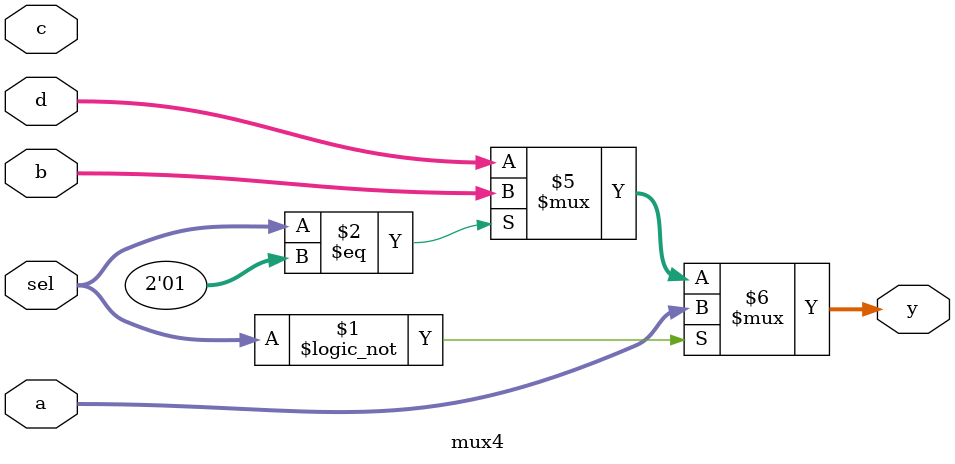
<source format=v>
module mux4 #(parameter N = 8)
             (input[N-1:0] a, b, c, d,
              input[1:0] sel, 
              output[N-1:0] y);

assign y = sel == 00 ? a : 
           sel == 01 ? b :
           sel == 10 ? c :
                       d ;   

endmodule
</source>
